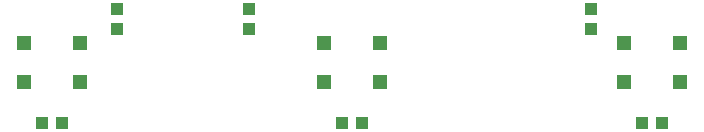
<source format=gtp>
G75*
%MOIN*%
%OFA0B0*%
%FSLAX25Y25*%
%IPPOS*%
%LPD*%
%AMOC8*
5,1,8,0,0,1.08239X$1,22.5*
%
%ADD10R,0.04331X0.03937*%
%ADD11R,0.03937X0.04331*%
%ADD12R,0.05118X0.04724*%
D10*
X0051714Y0051600D03*
X0058406Y0051600D03*
X0151714Y0051600D03*
X0158406Y0051600D03*
X0251714Y0051600D03*
X0258406Y0051600D03*
D11*
X0234560Y0082754D03*
X0234560Y0089446D03*
X0120560Y0089446D03*
X0120560Y0082754D03*
X0076560Y0082754D03*
X0076560Y0089446D03*
D12*
X0064312Y0078096D03*
X0045808Y0078096D03*
X0045808Y0065104D03*
X0064312Y0065104D03*
X0145808Y0065104D03*
X0164312Y0065104D03*
X0164312Y0078096D03*
X0145808Y0078096D03*
X0245808Y0078096D03*
X0264312Y0078096D03*
X0264312Y0065104D03*
X0245808Y0065104D03*
M02*

</source>
